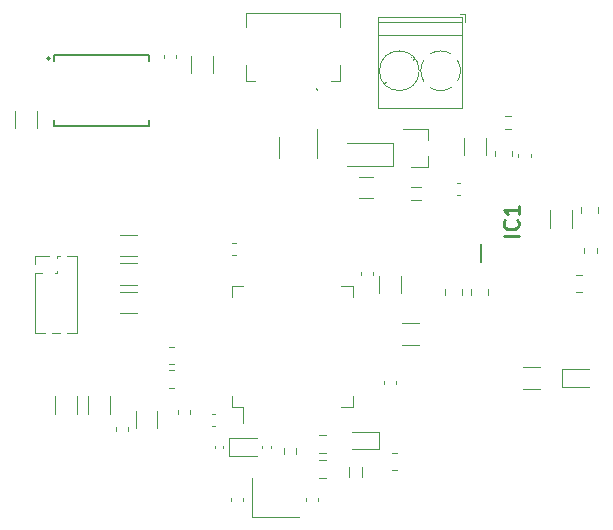
<source format=gbr>
%TF.GenerationSoftware,KiCad,Pcbnew,(5.1.10)-1*%
%TF.CreationDate,2021-09-19T12:36:10+02:00*%
%TF.ProjectId,stm32f446re_carrier_board,73746d33-3266-4343-9436-72655f636172,rev?*%
%TF.SameCoordinates,Original*%
%TF.FileFunction,Legend,Top*%
%TF.FilePolarity,Positive*%
%FSLAX46Y46*%
G04 Gerber Fmt 4.6, Leading zero omitted, Abs format (unit mm)*
G04 Created by KiCad (PCBNEW (5.1.10)-1) date 2021-09-19 12:36:10*
%MOMM*%
%LPD*%
G01*
G04 APERTURE LIST*
%ADD10C,0.120000*%
%ADD11C,0.200000*%
%ADD12C,0.100000*%
%ADD13C,0.254000*%
G04 APERTURE END LIST*
D10*
%TO.C,R19*%
X116610000Y-69772936D02*
X116610000Y-71227064D01*
X114790000Y-69772936D02*
X114790000Y-71227064D01*
%TO.C,R18*%
X129690000Y-66564564D02*
X129690000Y-65110436D01*
X131510000Y-66564564D02*
X131510000Y-65110436D01*
%TO.C,C20*%
X127390000Y-65315580D02*
X127390000Y-65034420D01*
X128410000Y-65315580D02*
X128410000Y-65034420D01*
D11*
%TO.C,U3*%
X118100000Y-65600000D02*
X118100000Y-65100000D01*
X118100000Y-65100000D02*
X126100000Y-65100000D01*
X126100000Y-65100000D02*
X126100000Y-65600000D01*
X118100000Y-70600000D02*
X118100000Y-71100000D01*
X118100000Y-71100000D02*
X126100000Y-71100000D01*
X126100000Y-71100000D02*
X126100000Y-70600000D01*
X117700000Y-65350000D02*
G75*
G03*
X117700000Y-65350000I-100000J0D01*
G01*
D10*
%TO.C,Y2*%
X135250000Y-97450000D02*
X132850000Y-97450000D01*
X132850000Y-97450000D02*
X132850000Y-99050000D01*
X132850000Y-99050000D02*
X135250000Y-99050000D01*
%TO.C,Y1*%
X134800000Y-100850000D02*
X134800000Y-104150000D01*
X134800000Y-104150000D02*
X138800000Y-104150000D01*
%TO.C,R13*%
X156752258Y-71307500D02*
X156277742Y-71307500D01*
X156752258Y-70262500D02*
X156277742Y-70262500D01*
%TO.C,R12*%
X155365000Y-73627064D02*
X155365000Y-73172936D01*
X156835000Y-73627064D02*
X156835000Y-73172936D01*
%TO.C,R10*%
X122765000Y-93970436D02*
X122765000Y-95424564D01*
X120945000Y-93970436D02*
X120945000Y-95424564D01*
%TO.C,R9*%
X123672936Y-85090000D02*
X125127064Y-85090000D01*
X123672936Y-86910000D02*
X125127064Y-86910000D01*
%TO.C,R8*%
X123672936Y-82690000D02*
X125127064Y-82690000D01*
X123672936Y-84510000D02*
X125127064Y-84510000D01*
%TO.C,R7*%
X123672936Y-80290000D02*
X125127064Y-80290000D01*
X123672936Y-82110000D02*
X125127064Y-82110000D01*
%TO.C,R6*%
X128227064Y-93235000D02*
X127772936Y-93235000D01*
X128227064Y-91765000D02*
X127772936Y-91765000D01*
%TO.C,R5*%
X128227064Y-91235000D02*
X127772936Y-91235000D01*
X128227064Y-89765000D02*
X127772936Y-89765000D01*
%TO.C,R3*%
X138572500Y-98337742D02*
X138572500Y-98812258D01*
X137527500Y-98337742D02*
X137527500Y-98812258D01*
%TO.C,R2*%
X147139564Y-100235000D02*
X146685436Y-100235000D01*
X147139564Y-98765000D02*
X146685436Y-98765000D01*
%TO.C,J4*%
X116470000Y-88575000D02*
X117292470Y-88575000D01*
X119177530Y-88575000D02*
X120000000Y-88575000D01*
X117907530Y-88575000D02*
X118562470Y-88575000D01*
X116470000Y-83560000D02*
X116470000Y-88575000D01*
X120000000Y-82105000D02*
X120000000Y-88575000D01*
X116470000Y-83560000D02*
X117036529Y-83560000D01*
X118163471Y-83560000D02*
X118306529Y-83560000D01*
X118360000Y-83506529D02*
X118360000Y-83363471D01*
X118360000Y-82236529D02*
X118360000Y-82105000D01*
X118360000Y-82105000D02*
X118562470Y-82105000D01*
X119177530Y-82105000D02*
X120000000Y-82105000D01*
X116470000Y-82800000D02*
X116470000Y-82040000D01*
X116470000Y-82040000D02*
X117600000Y-82040000D01*
%TO.C,R17*%
X162665000Y-78427064D02*
X162665000Y-77972936D01*
X164135000Y-78427064D02*
X164135000Y-77972936D01*
%TO.C,R16*%
X159227064Y-93330000D02*
X157772936Y-93330000D01*
X159227064Y-91510000D02*
X157772936Y-91510000D01*
%TO.C,R15*%
X162977500Y-81862258D02*
X162977500Y-81387742D01*
X164022500Y-81862258D02*
X164022500Y-81387742D01*
%TO.C,R14*%
X161910000Y-78215436D02*
X161910000Y-79669564D01*
X160090000Y-78215436D02*
X160090000Y-79669564D01*
%TO.C,R11*%
X154610000Y-72072936D02*
X154610000Y-73527064D01*
X152790000Y-72072936D02*
X152790000Y-73527064D01*
%TO.C,R4*%
X147510436Y-87790000D02*
X148964564Y-87790000D01*
X147510436Y-89610000D02*
X148964564Y-89610000D01*
%TO.C,R1*%
X118190000Y-95427064D02*
X118190000Y-93972936D01*
X120010000Y-95427064D02*
X120010000Y-93972936D01*
%TO.C,J1*%
X148980000Y-66400000D02*
G75*
G03*
X148980000Y-66400000I-1680000J0D01*
G01*
X152610000Y-62300000D02*
X145490000Y-62300000D01*
X152610000Y-63400000D02*
X145490000Y-63400000D01*
X152610000Y-69560000D02*
X145490000Y-69560000D01*
X152610000Y-61840000D02*
X145490000Y-61840000D01*
X152610000Y-69560000D02*
X152610000Y-61840000D01*
X145490000Y-69560000D02*
X145490000Y-61840000D01*
X146025000Y-67469000D02*
X146154000Y-67341000D01*
X148275000Y-65219000D02*
X148369000Y-65126000D01*
X146230000Y-67675000D02*
X146324000Y-67581000D01*
X148445000Y-65459000D02*
X148574000Y-65331000D01*
X152850000Y-62240000D02*
X152850000Y-61600000D01*
X152850000Y-61600000D02*
X152450000Y-61600000D01*
X150771326Y-64719901D02*
G75*
G02*
X151666000Y-64960000I28674J-1680099D01*
G01*
X152225358Y-65510106D02*
G75*
G02*
X152240000Y-67266000I-1425358J-889894D01*
G01*
X151689894Y-67825358D02*
G75*
G02*
X149934000Y-67840000I-889894J1425358D01*
G01*
X149374495Y-67290193D02*
G75*
G02*
X149375000Y-65509000I1425505J890193D01*
G01*
X149909736Y-64975279D02*
G75*
G02*
X150800000Y-64720000I890264J-1424721D01*
G01*
%TO.C,FB2*%
X144160000Y-99962878D02*
X144160000Y-100762122D01*
X143040000Y-99962878D02*
X143040000Y-100762122D01*
%TO.C,FB1*%
X149099622Y-77360000D02*
X148300378Y-77360000D01*
X149099622Y-76240000D02*
X148300378Y-76240000D01*
%TO.C,F1*%
X143897936Y-75390000D02*
X145102064Y-75390000D01*
X143897936Y-77210000D02*
X145102064Y-77210000D01*
%TO.C,D3*%
X163400000Y-91685000D02*
X161115000Y-91685000D01*
X161115000Y-91685000D02*
X161115000Y-93155000D01*
X161115000Y-93155000D02*
X163400000Y-93155000D01*
%TO.C,D2*%
X146800000Y-74500000D02*
X146800000Y-72500000D01*
X146800000Y-72500000D02*
X142900000Y-72500000D01*
X146800000Y-74500000D02*
X142900000Y-74500000D01*
%TO.C,D1*%
X143287500Y-98435000D02*
X145572500Y-98435000D01*
X145572500Y-98435000D02*
X145572500Y-96965000D01*
X145572500Y-96965000D02*
X143287500Y-96965000D01*
%TO.C,C19*%
X136410000Y-98152164D02*
X136410000Y-98367836D01*
X135690000Y-98152164D02*
X135690000Y-98367836D01*
%TO.C,C18*%
X132410000Y-98152164D02*
X132410000Y-98367836D01*
X131690000Y-98152164D02*
X131690000Y-98367836D01*
%TO.C,C17*%
X162761252Y-85135000D02*
X162238748Y-85135000D01*
X162761252Y-83665000D02*
X162238748Y-83665000D01*
%TO.C,C16*%
X157390000Y-73740580D02*
X157390000Y-73459420D01*
X158410000Y-73740580D02*
X158410000Y-73459420D01*
%TO.C,C15*%
X152440580Y-76910000D02*
X152159420Y-76910000D01*
X152440580Y-75890000D02*
X152159420Y-75890000D01*
%TO.C,C14*%
X151165000Y-85411252D02*
X151165000Y-84888748D01*
X152635000Y-85411252D02*
X152635000Y-84888748D01*
%TO.C,C13*%
X154850000Y-84888748D02*
X154850000Y-85411252D01*
X153380000Y-84888748D02*
X153380000Y-85411252D01*
%TO.C,C12*%
X140410000Y-102534420D02*
X140410000Y-102815580D01*
X139390000Y-102534420D02*
X139390000Y-102815580D01*
%TO.C,C11*%
X123350000Y-96880580D02*
X123350000Y-96599420D01*
X124370000Y-96880580D02*
X124370000Y-96599420D01*
%TO.C,C10*%
X133040000Y-102860580D02*
X133040000Y-102579420D01*
X134060000Y-102860580D02*
X134060000Y-102579420D01*
%TO.C,C9*%
X141061252Y-98735000D02*
X140538748Y-98735000D01*
X141061252Y-97265000D02*
X140538748Y-97265000D01*
%TO.C,C8*%
X141061252Y-100835000D02*
X140538748Y-100835000D01*
X141061252Y-99365000D02*
X140538748Y-99365000D01*
%TO.C,C7*%
X129610000Y-95159420D02*
X129610000Y-95440580D01*
X128590000Y-95159420D02*
X128590000Y-95440580D01*
%TO.C,C6*%
X133440580Y-82010000D02*
X133159420Y-82010000D01*
X133440580Y-80990000D02*
X133159420Y-80990000D01*
%TO.C,C5*%
X144040000Y-83690580D02*
X144040000Y-83409420D01*
X145060000Y-83690580D02*
X145060000Y-83409420D01*
%TO.C,C4*%
X145590000Y-85236252D02*
X145590000Y-83813748D01*
X147410000Y-85236252D02*
X147410000Y-83813748D01*
%TO.C,C3*%
X147060000Y-92634420D02*
X147060000Y-92915580D01*
X146040000Y-92634420D02*
X146040000Y-92915580D01*
%TO.C,C2*%
X131690580Y-96510000D02*
X131409420Y-96510000D01*
X131690580Y-95490000D02*
X131409420Y-95490000D01*
%TO.C,C1*%
X126810000Y-95213748D02*
X126810000Y-96636252D01*
X124990000Y-95213748D02*
X124990000Y-96636252D01*
%TO.C,U2*%
X140310000Y-73800000D02*
X140310000Y-71350000D01*
X137090000Y-72000000D02*
X137090000Y-73800000D01*
%TO.C,U1*%
X134070000Y-94858500D02*
X134070000Y-96198500D01*
X133120000Y-94858500D02*
X134070000Y-94858500D01*
X133120000Y-93908500D02*
X133120000Y-94858500D01*
X133120000Y-84638500D02*
X134070000Y-84638500D01*
X133120000Y-85588500D02*
X133120000Y-84638500D01*
X143340000Y-94858500D02*
X142390000Y-94858500D01*
X143340000Y-93908500D02*
X143340000Y-94858500D01*
X143340000Y-84638500D02*
X142390000Y-84638500D01*
X143340000Y-85588500D02*
X143340000Y-84638500D01*
%TO.C,Q1*%
X149760000Y-74530000D02*
X148300000Y-74530000D01*
X149760000Y-71370000D02*
X147600000Y-71370000D01*
X149760000Y-71370000D02*
X149760000Y-72300000D01*
X149760000Y-74530000D02*
X149760000Y-73600000D01*
D12*
%TO.C,J3*%
X140300000Y-67900000D02*
X140300000Y-67900000D01*
X140300000Y-68000000D02*
X140300000Y-68000000D01*
X134300000Y-65900000D02*
X134300000Y-67240000D01*
X134300000Y-67240000D02*
X135100000Y-67240000D01*
X142300000Y-65900000D02*
X142300000Y-67240000D01*
X142300000Y-67240000D02*
X141500000Y-67240000D01*
X134300000Y-62700000D02*
X134300000Y-61500000D01*
X134300000Y-61500000D02*
X142300000Y-61500000D01*
X142300000Y-61500000D02*
X142300000Y-62700000D01*
X140300000Y-68000000D02*
G75*
G02*
X140300000Y-67900000I0J50000D01*
G01*
X140300000Y-67900000D02*
G75*
G02*
X140300000Y-68000000I0J-50000D01*
G01*
D11*
%TO.C,IC1*%
X154215000Y-82610000D02*
X154215000Y-81085000D01*
D13*
X157394523Y-80374761D02*
X156124523Y-80374761D01*
X157273571Y-79044285D02*
X157334047Y-79104761D01*
X157394523Y-79286190D01*
X157394523Y-79407142D01*
X157334047Y-79588571D01*
X157213095Y-79709523D01*
X157092142Y-79770000D01*
X156850238Y-79830476D01*
X156668809Y-79830476D01*
X156426904Y-79770000D01*
X156305952Y-79709523D01*
X156185000Y-79588571D01*
X156124523Y-79407142D01*
X156124523Y-79286190D01*
X156185000Y-79104761D01*
X156245476Y-79044285D01*
X157394523Y-77834761D02*
X157394523Y-78560476D01*
X157394523Y-78197619D02*
X156124523Y-78197619D01*
X156305952Y-78318571D01*
X156426904Y-78439523D01*
X156487380Y-78560476D01*
%TD*%
M02*

</source>
